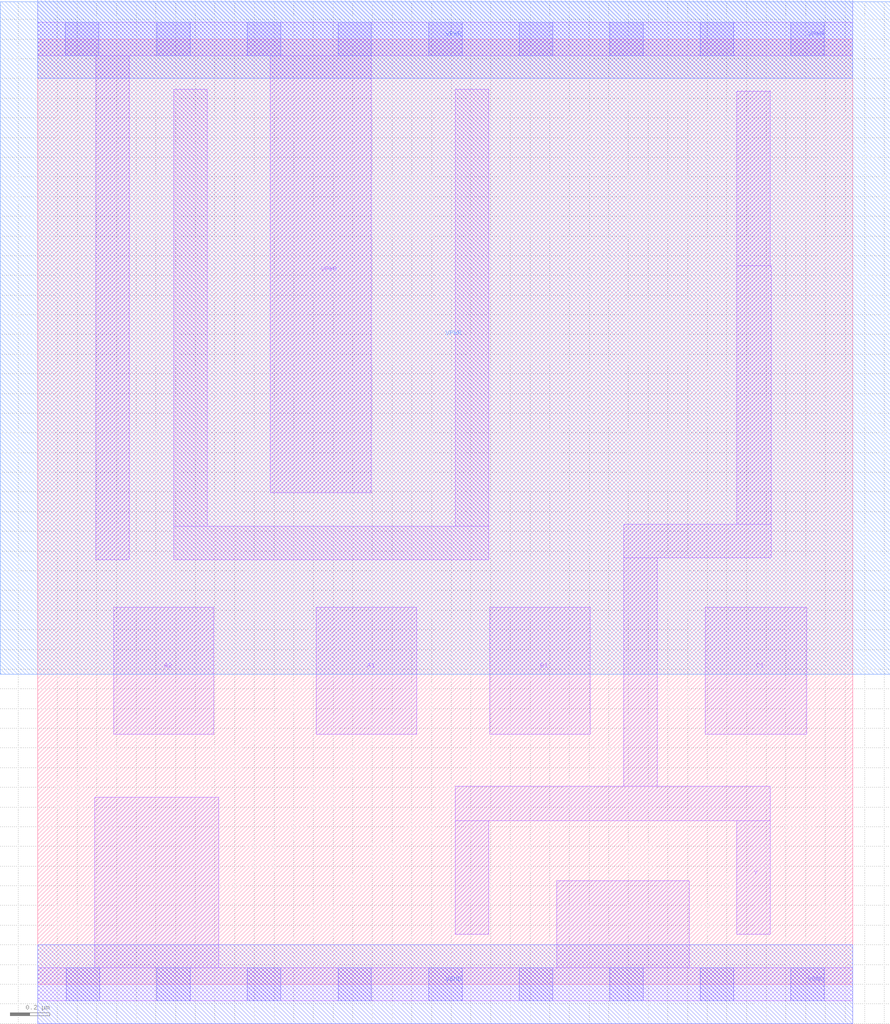
<source format=lef>
VERSION 5.7 ;
  NOWIREEXTENSIONATPIN ON ;
  DIVIDERCHAR "/" ;
  BUSBITCHARS "[]" ;
MACRO thesis_aoi211
  CLASS CORE ;
  FOREIGN thesis_aoi211 ;
  ORIGIN 0.000 0.000 ;
  SIZE 4.140 BY 4.800 ;
  PIN A2
    DIRECTION INPUT ;
    USE SIGNAL ;
    ANTENNAGATEAREA 0.553500 ;
    PORT
      LAYER li1 ;
        RECT 0.385 1.270 0.895 1.915 ;
    END
  END A2
  PIN A1
    DIRECTION INPUT ;
    USE SIGNAL ;
    ANTENNAGATEAREA 0.553500 ;
    PORT
      LAYER li1 ;
        RECT 1.415 1.270 1.925 1.915 ;
    END
  END A1
  PIN B1
    DIRECTION INPUT ;
    USE SIGNAL ;
    ANTENNAGATEAREA 0.553500 ;
    PORT
      LAYER li1 ;
        RECT 2.295 1.270 2.805 1.915 ;
    END
  END B1
  PIN C1
    DIRECTION INPUT ;
    USE SIGNAL ;
    ANTENNAGATEAREA 0.553500 ;
    PORT
      LAYER li1 ;
        RECT 3.390 1.270 3.905 1.915 ;
    END
  END C1
  PIN Y
    DIRECTION OUTPUT ;
    USE SIGNAL ;
    ANTENNADIFFAREA 2.021600 ;
    PORT
      LAYER li1 ;
        RECT 3.550 3.650 3.720 4.535 ;
        RECT 3.550 2.335 3.725 3.650 ;
        RECT 2.975 2.165 3.725 2.335 ;
        RECT 2.975 1.005 3.145 2.165 ;
        RECT 2.120 0.830 3.720 1.005 ;
        RECT 2.120 0.255 2.290 0.830 ;
        RECT 3.550 0.255 3.720 0.830 ;
    END
  END Y
  PIN VPWR
    DIRECTION INOUT ;
    USE POWER ;
    PORT
      LAYER nwell ;
        RECT -0.190 1.575 4.330 4.990 ;
      LAYER li1 ;
        RECT 0.000 4.715 4.140 4.885 ;
        RECT 0.295 2.155 0.465 4.715 ;
        RECT 1.180 2.495 1.695 4.715 ;
      LAYER mcon ;
        RECT 0.140 4.715 0.310 4.885 ;
        RECT 0.605 4.715 0.775 4.885 ;
        RECT 1.065 4.715 1.235 4.885 ;
        RECT 1.525 4.715 1.695 4.885 ;
        RECT 1.985 4.715 2.155 4.885 ;
        RECT 2.445 4.715 2.615 4.885 ;
        RECT 2.905 4.715 3.075 4.885 ;
        RECT 3.365 4.715 3.535 4.885 ;
        RECT 3.825 4.715 3.995 4.885 ;
      LAYER met1 ;
        RECT 0.000 4.600 4.140 5.000 ;
    END
  END VPWR
  PIN VGND
    DIRECTION INOUT ;
    USE GROUND ;
    PORT
      LAYER li1 ;
        RECT 0.290 0.085 0.920 0.950 ;
        RECT 2.635 0.085 3.310 0.525 ;
        RECT 0.000 -0.085 4.140 0.085 ;
      LAYER mcon ;
        RECT 0.145 -0.085 0.315 0.085 ;
        RECT 0.605 -0.085 0.775 0.085 ;
        RECT 1.065 -0.085 1.235 0.085 ;
        RECT 1.525 -0.085 1.695 0.085 ;
        RECT 1.985 -0.085 2.155 0.085 ;
        RECT 2.445 -0.085 2.615 0.085 ;
        RECT 2.905 -0.085 3.075 0.085 ;
        RECT 3.365 -0.085 3.535 0.085 ;
        RECT 3.825 -0.085 3.995 0.085 ;
      LAYER met1 ;
        RECT 0.000 -0.200 4.140 0.200 ;
    END
  END VGND
  OBS
      LAYER li1 ;
        RECT 0.690 2.325 0.860 4.545 ;
        RECT 2.120 2.325 2.290 4.545 ;
        RECT 0.690 2.155 2.290 2.325 ;
  END
END thesis_aoi211
END LIBRARY


</source>
